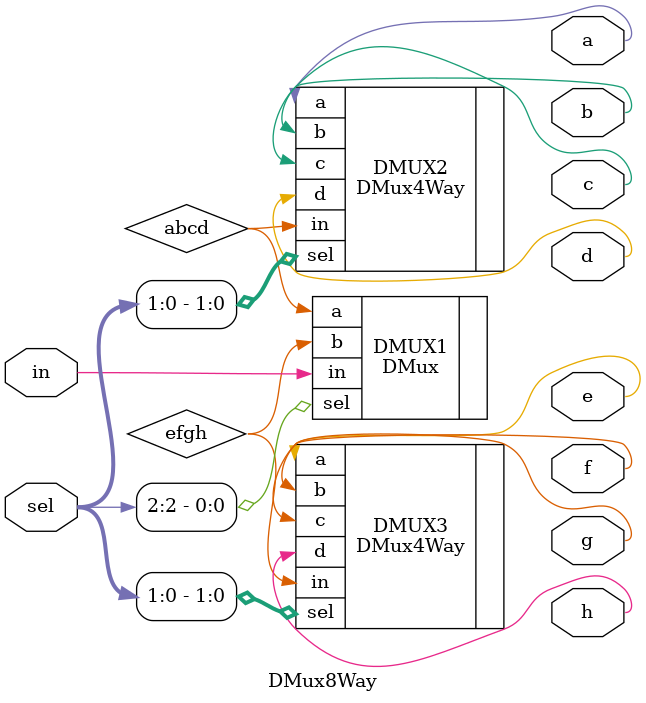
<source format=v>
/**
 * 8-way demultiplexor:
 * {a, b, c, d, e, f, g, h} = {in, 0, 0, 0, 0, 0, 0, 0} if sel == 000
 *                            {0, in, 0, 0, 0, 0, 0, 0} if sel == 001
 *                            etc.
 *                            {0, 0, 0, 0, 0, 0, 0, in} if sel == 111
 */
 `include "DMux4Way.v"
module DMux8Way(
	input wire in,
	input wire [2:0] sel,
    output wire a,
	output wire b,
	output wire c,
	output wire d,
	output wire e,
	output wire f,
	output wire g,
	output wire h
	);

	// your implementation comes here:
    //   DMux(in=in, sel=sel[2], a=abcd, b=efgh);
    // DMux4Way(in=abcd, sel=sel[0..1], a=a, b=b, c=c, d=d);
    // DMux4Way(in=efgh, sel=sel[0..1], a=e, b=f, c=g, d=h);
    wire abcd;
    wire efgh;
    DMux DMUX1(.in(in), .sel(sel[2]), .a(abcd), .b(efgh));
    DMux4Way DMUX2(.in(abcd), .sel(sel[1:0]), .a(a), .b(b),.c(c), .d(d));
    DMux4Way DMUX3(.in(efgh), .sel(sel[1:0]), .a(e), .b(f),.c(g), .d(h));


endmodule

</source>
